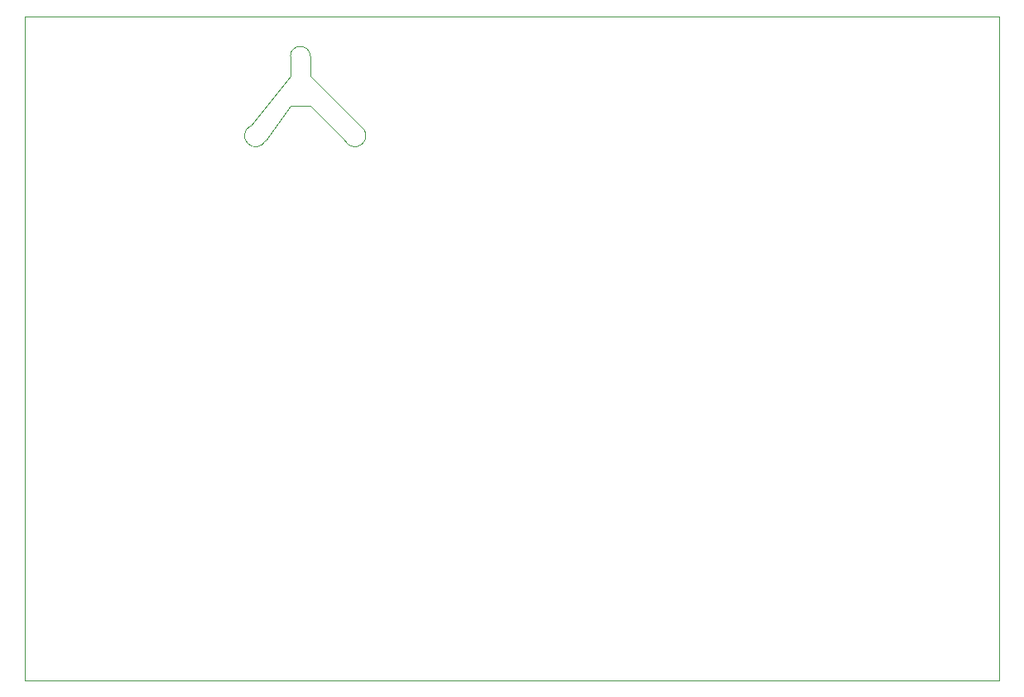
<source format=gbr>
%TF.GenerationSoftware,KiCad,Pcbnew,5.1.7-a382d34a8~88~ubuntu18.04.1*%
%TF.CreationDate,2021-03-18T09:08:07-04:00*%
%TF.ProjectId,Pacman2020,5061636d-616e-4323-9032-302e6b696361,rev?*%
%TF.SameCoordinates,Original*%
%TF.FileFunction,Profile,NP*%
%FSLAX46Y46*%
G04 Gerber Fmt 4.6, Leading zero omitted, Abs format (unit mm)*
G04 Created by KiCad (PCBNEW 5.1.7-a382d34a8~88~ubuntu18.04.1) date 2021-03-18 09:08:07*
%MOMM*%
%LPD*%
G01*
G04 APERTURE LIST*
%TA.AperFunction,Profile*%
%ADD10C,0.050000*%
%TD*%
G04 APERTURE END LIST*
D10*
X81280000Y-87376002D02*
G75*
G02*
X79756001Y-88899999I-508000J-1015998D01*
G01*
X71627998Y-88900000D02*
G75*
G02*
X70104001Y-87376001I-1015998J508000D01*
G01*
X74168000Y-80264000D02*
G75*
G02*
X76200000Y-80264000I1016000J0D01*
G01*
X74168000Y-82296000D02*
X74168000Y-80264000D01*
X70104000Y-87376000D02*
X74168000Y-82296000D01*
X74168000Y-85344000D02*
X71628000Y-88900000D01*
X76200000Y-85344000D02*
X74168000Y-85344000D01*
X79756000Y-88900000D02*
X76200000Y-85344000D01*
X76200000Y-82296000D02*
X81280000Y-87376000D01*
X76200000Y-80264000D02*
X76200000Y-82296000D01*
X146685000Y-76200000D02*
X146685000Y-76835000D01*
X105410000Y-76200000D02*
X146685000Y-76200000D01*
X46990000Y-76200000D02*
X105410000Y-76200000D01*
X46990000Y-113030000D02*
X46990000Y-76200000D01*
X46990000Y-144145000D02*
X46990000Y-113030000D01*
X99060000Y-144145000D02*
X46990000Y-144145000D01*
X146685000Y-144145000D02*
X99060000Y-144145000D01*
X146685000Y-76835000D02*
X146685000Y-144145000D01*
M02*

</source>
